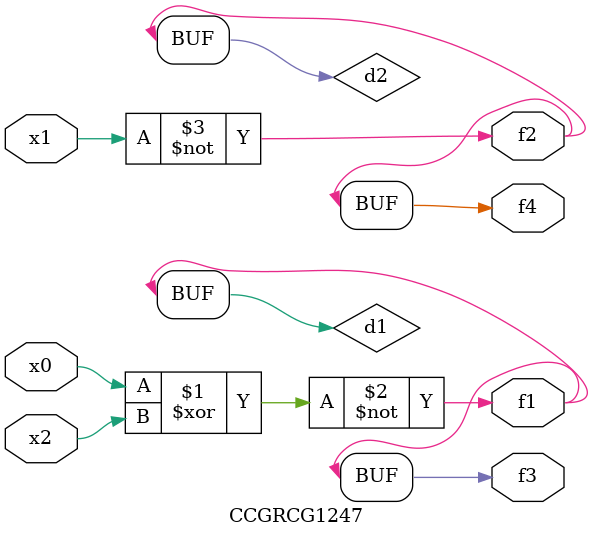
<source format=v>
module CCGRCG1247(
	input x0, x1, x2,
	output f1, f2, f3, f4
);

	wire d1, d2, d3;

	xnor (d1, x0, x2);
	nand (d2, x1);
	nor (d3, x1, x2);
	assign f1 = d1;
	assign f2 = d2;
	assign f3 = d1;
	assign f4 = d2;
endmodule

</source>
